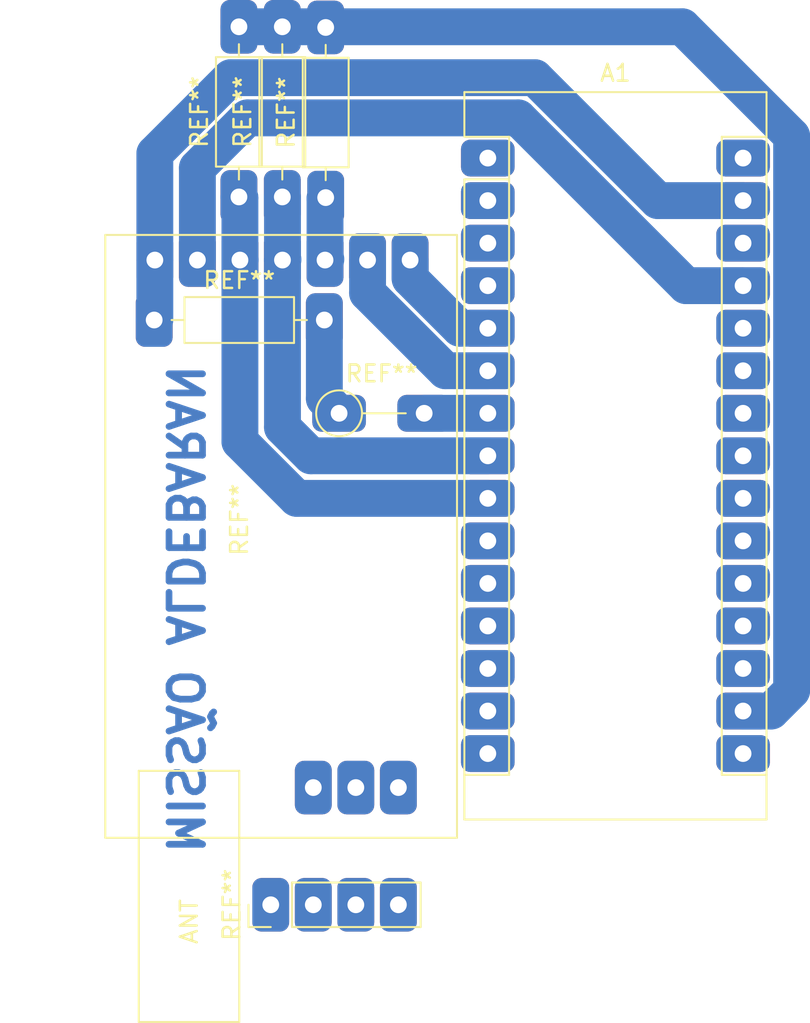
<source format=kicad_pcb>
(kicad_pcb (version 20171130) (host pcbnew "(5.1.10)-1")

  (general
    (thickness 1.6)
    (drawings 3)
    (tracks 41)
    (zones 0)
    (modules 8)
    (nets 31)
  )

  (page A4)
  (layers
    (0 F.Cu signal)
    (31 B.Cu signal)
    (32 B.Adhes user)
    (33 F.Adhes user)
    (34 B.Paste user)
    (35 F.Paste user)
    (36 B.SilkS user)
    (37 F.SilkS user)
    (38 B.Mask user)
    (39 F.Mask user)
    (40 Dwgs.User user)
    (41 Cmts.User user)
    (42 Eco1.User user)
    (43 Eco2.User user)
    (44 Edge.Cuts user)
    (45 Margin user)
    (46 B.CrtYd user)
    (47 F.CrtYd user)
    (48 B.Fab user)
    (49 F.Fab user hide)
  )

  (setup
    (last_trace_width 2.2)
    (user_trace_width 2.2)
    (trace_clearance 0.2)
    (zone_clearance 0.508)
    (zone_45_only no)
    (trace_min 0.2)
    (via_size 0.8)
    (via_drill 0.4)
    (via_min_size 0.4)
    (via_min_drill 0.3)
    (uvia_size 0.3)
    (uvia_drill 0.1)
    (uvias_allowed no)
    (uvia_min_size 0.2)
    (uvia_min_drill 0.1)
    (edge_width 0.05)
    (segment_width 0.2)
    (pcb_text_width 0.3)
    (pcb_text_size 1.5 1.5)
    (mod_edge_width 0.12)
    (mod_text_size 1 1)
    (mod_text_width 0.15)
    (pad_size 3.2 2.2)
    (pad_drill 1)
    (pad_to_mask_clearance 0)
    (aux_axis_origin 0 0)
    (visible_elements FFFFFF7F)
    (pcbplotparams
      (layerselection 0x00000_fffffffe)
      (usegerberextensions false)
      (usegerberattributes true)
      (usegerberadvancedattributes true)
      (creategerberjobfile true)
      (excludeedgelayer true)
      (linewidth 0.100000)
      (plotframeref false)
      (viasonmask false)
      (mode 1)
      (useauxorigin false)
      (hpglpennumber 1)
      (hpglpenspeed 20)
      (hpglpendiameter 15.000000)
      (psnegative false)
      (psa4output false)
      (plotreference true)
      (plotvalue true)
      (plotinvisibletext false)
      (padsonsilk false)
      (subtractmaskfromsilk false)
      (outputformat 3)
      (mirror false)
      (drillshape 1)
      (scaleselection 1)
      (outputdirectory ""))
  )

  (net 0 "")
  (net 1 "Net-(A1-Pad16)")
  (net 2 "Net-(A1-Pad15)")
  (net 3 "Net-(A1-Pad30)")
  (net 4 "Net-(A1-Pad14)")
  (net 5 "Net-(A1-Pad29)")
  (net 6 "Net-(A1-Pad13)")
  (net 7 "Net-(A1-Pad28)")
  (net 8 "Net-(A1-Pad12)")
  (net 9 +5V)
  (net 10 "Net-(A1-Pad11)")
  (net 11 "Net-(A1-Pad26)")
  (net 12 "Net-(A1-Pad10)")
  (net 13 "Net-(A1-Pad25)")
  (net 14 "Net-(A1-Pad9)")
  (net 15 "Net-(A1-Pad24)")
  (net 16 "Net-(A1-Pad8)")
  (net 17 "Net-(A1-Pad23)")
  (net 18 "Net-(A1-Pad7)")
  (net 19 "Net-(A1-Pad22)")
  (net 20 "Net-(A1-Pad6)")
  (net 21 "Net-(A1-Pad21)")
  (net 22 "Net-(A1-Pad5)")
  (net 23 "Net-(A1-Pad20)")
  (net 24 "Net-(A1-Pad4)")
  (net 25 "Net-(A1-Pad19)")
  (net 26 "Net-(A1-Pad3)")
  (net 27 "Net-(A1-Pad18)")
  (net 28 "Net-(A1-Pad2)")
  (net 29 +3V3)
  (net 30 "Net-(A1-Pad1)")

  (net_class Default "This is the default net class."
    (clearance 0.2)
    (trace_width 0.25)
    (via_dia 0.8)
    (via_drill 0.4)
    (uvia_dia 0.3)
    (uvia_drill 0.1)
    (add_net +3V3)
    (add_net +5V)
    (add_net "Net-(A1-Pad1)")
    (add_net "Net-(A1-Pad10)")
    (add_net "Net-(A1-Pad11)")
    (add_net "Net-(A1-Pad12)")
    (add_net "Net-(A1-Pad13)")
    (add_net "Net-(A1-Pad14)")
    (add_net "Net-(A1-Pad15)")
    (add_net "Net-(A1-Pad16)")
    (add_net "Net-(A1-Pad18)")
    (add_net "Net-(A1-Pad19)")
    (add_net "Net-(A1-Pad2)")
    (add_net "Net-(A1-Pad20)")
    (add_net "Net-(A1-Pad21)")
    (add_net "Net-(A1-Pad22)")
    (add_net "Net-(A1-Pad23)")
    (add_net "Net-(A1-Pad24)")
    (add_net "Net-(A1-Pad25)")
    (add_net "Net-(A1-Pad26)")
    (add_net "Net-(A1-Pad28)")
    (add_net "Net-(A1-Pad29)")
    (add_net "Net-(A1-Pad3)")
    (add_net "Net-(A1-Pad30)")
    (add_net "Net-(A1-Pad4)")
    (add_net "Net-(A1-Pad5)")
    (add_net "Net-(A1-Pad6)")
    (add_net "Net-(A1-Pad7)")
    (add_net "Net-(A1-Pad8)")
    (add_net "Net-(A1-Pad9)")
  )

  (module Connector_PinHeader_2.54mm:PinHeader_1x04_P2.54mm_Vertical (layer F.Cu) (tedit 59FED5CC) (tstamp 62466B66)
    (at 148.18 129.63 90)
    (descr "Through hole straight pin header, 1x04, 2.54mm pitch, single row")
    (tags "Through hole pin header THT 1x04 2.54mm single row")
    (fp_text reference REF** (at 0 -2.33 90) (layer F.SilkS)
      (effects (font (size 1 1) (thickness 0.15)))
    )
    (fp_text value PinHeader_1x04_P2.54mm_Vertical (at 0 9.95 90) (layer F.Fab)
      (effects (font (size 1 1) (thickness 0.15)))
    )
    (fp_text user %R (at 0 3.81) (layer F.Fab)
      (effects (font (size 1 1) (thickness 0.15)))
    )
    (fp_line (start -0.635 -1.27) (end 1.27 -1.27) (layer F.Fab) (width 0.1))
    (fp_line (start 1.27 -1.27) (end 1.27 8.89) (layer F.Fab) (width 0.1))
    (fp_line (start 1.27 8.89) (end -1.27 8.89) (layer F.Fab) (width 0.1))
    (fp_line (start -1.27 8.89) (end -1.27 -0.635) (layer F.Fab) (width 0.1))
    (fp_line (start -1.27 -0.635) (end -0.635 -1.27) (layer F.Fab) (width 0.1))
    (fp_line (start -1.33 8.95) (end 1.33 8.95) (layer F.SilkS) (width 0.12))
    (fp_line (start -1.33 1.27) (end -1.33 8.95) (layer F.SilkS) (width 0.12))
    (fp_line (start 1.33 1.27) (end 1.33 8.95) (layer F.SilkS) (width 0.12))
    (fp_line (start -1.33 1.27) (end 1.33 1.27) (layer F.SilkS) (width 0.12))
    (fp_line (start -1.33 0) (end -1.33 -1.33) (layer F.SilkS) (width 0.12))
    (fp_line (start -1.33 -1.33) (end 0 -1.33) (layer F.SilkS) (width 0.12))
    (fp_line (start -1.8 -1.8) (end -1.8 9.4) (layer F.CrtYd) (width 0.05))
    (fp_line (start -1.8 9.4) (end 1.8 9.4) (layer F.CrtYd) (width 0.05))
    (fp_line (start 1.8 9.4) (end 1.8 -1.8) (layer F.CrtYd) (width 0.05))
    (fp_line (start 1.8 -1.8) (end -1.8 -1.8) (layer F.CrtYd) (width 0.05))
    (pad 4 thru_hole roundrect (at 0 7.62 90) (size 3.2 2.2) (drill 1) (layers *.Cu *.Mask) (roundrect_rratio 0.25))
    (pad 3 thru_hole roundrect (at 0 5.08 90) (size 3.2 2.2) (drill 1) (layers *.Cu *.Mask) (roundrect_rratio 0.25))
    (pad 2 thru_hole roundrect (at 0 2.54 90) (size 3.2 2.2) (drill 1) (layers *.Cu *.Mask) (roundrect_rratio 0.25))
    (pad 1 thru_hole roundrect (at 0 0 90) (size 3.2 2.2) (drill 1) (layers *.Cu *.Mask) (roundrect_rratio 0.25))
    (model ${KISYS3DMOD}/Connector_PinHeader_2.54mm.3dshapes/PinHeader_1x04_P2.54mm_Vertical.wrl
      (at (xyz 0 0 0))
      (scale (xyz 1 1 1))
      (rotate (xyz 0 0 0))
    )
  )

  (module Resistor_THT:R_Axial_DIN0207_L6.3mm_D2.5mm_P10.16mm_Horizontal (layer F.Cu) (tedit 6245D3B0) (tstamp 6246676A)
    (at 146.28 87.36 90)
    (descr "Resistor, Axial_DIN0207 series, Axial, Horizontal, pin pitch=10.16mm, 0.25W = 1/4W, length*diameter=6.3*2.5mm^2, http://cdn-reichelt.de/documents/datenblatt/B400/1_4W%23YAG.pdf")
    (tags "Resistor Axial_DIN0207 series Axial Horizontal pin pitch 10.16mm 0.25W = 1/4W length 6.3mm diameter 2.5mm")
    (fp_text reference REF** (at 5.08 -2.37 90) (layer F.SilkS)
      (effects (font (size 1 1) (thickness 0.15)))
    )
    (fp_text value R_Axial_DIN0207_L6.3mm_D2.5mm_P10.16mm_Horizontal (at 5.08 2.37 90) (layer F.Fab)
      (effects (font (size 1 1) (thickness 0.15)))
    )
    (fp_line (start 11.21 -1.5) (end -1.05 -1.5) (layer F.CrtYd) (width 0.05))
    (fp_line (start 11.21 1.5) (end 11.21 -1.5) (layer F.CrtYd) (width 0.05))
    (fp_line (start -1.05 1.5) (end 11.21 1.5) (layer F.CrtYd) (width 0.05))
    (fp_line (start -1.05 -1.5) (end -1.05 1.5) (layer F.CrtYd) (width 0.05))
    (fp_line (start 9.12 0) (end 8.35 0) (layer F.SilkS) (width 0.12))
    (fp_line (start 1.04 0) (end 1.81 0) (layer F.SilkS) (width 0.12))
    (fp_line (start 8.35 -1.37) (end 1.81 -1.37) (layer F.SilkS) (width 0.12))
    (fp_line (start 8.35 1.37) (end 8.35 -1.37) (layer F.SilkS) (width 0.12))
    (fp_line (start 1.81 1.37) (end 8.35 1.37) (layer F.SilkS) (width 0.12))
    (fp_line (start 1.81 -1.37) (end 1.81 1.37) (layer F.SilkS) (width 0.12))
    (fp_line (start 10.16 0) (end 8.23 0) (layer F.Fab) (width 0.1))
    (fp_line (start 0 0) (end 1.93 0) (layer F.Fab) (width 0.1))
    (fp_line (start 8.23 -1.25) (end 1.93 -1.25) (layer F.Fab) (width 0.1))
    (fp_line (start 8.23 1.25) (end 8.23 -1.25) (layer F.Fab) (width 0.1))
    (fp_line (start 1.93 1.25) (end 8.23 1.25) (layer F.Fab) (width 0.1))
    (fp_line (start 1.93 -1.25) (end 1.93 1.25) (layer F.Fab) (width 0.1))
    (fp_text user %R (at 5.08 0 90) (layer F.Fab)
      (effects (font (size 1 1) (thickness 0.15)))
    )
    (pad 1 thru_hole roundrect (at 0 0 90) (size 3.2 2.2) (drill 1) (layers *.Cu *.Mask) (roundrect_rratio 0.25)
      (net 14 "Net-(A1-Pad9)"))
    (pad 2 thru_hole roundrect (at 10.16 0 90) (size 3.2 2.2) (drill 1) (layers *.Cu *.Mask) (roundrect_rratio 0.25)
      (net 29 +3V3))
    (model ${KISYS3DMOD}/Resistor_THT.3dshapes/R_Axial_DIN0207_L6.3mm_D2.5mm_P10.16mm_Horizontal.wrl
      (at (xyz 0 0 0))
      (scale (xyz 1 1 1))
      (rotate (xyz 0 0 0))
    )
  )

  (module Resistor_THT:R_Axial_DIN0207_L6.3mm_D2.5mm_P10.16mm_Horizontal (layer F.Cu) (tedit 6245D3A0) (tstamp 6246673E)
    (at 148.87 87.36 90)
    (descr "Resistor, Axial_DIN0207 series, Axial, Horizontal, pin pitch=10.16mm, 0.25W = 1/4W, length*diameter=6.3*2.5mm^2, http://cdn-reichelt.de/documents/datenblatt/B400/1_4W%23YAG.pdf")
    (tags "Resistor Axial_DIN0207 series Axial Horizontal pin pitch 10.16mm 0.25W = 1/4W length 6.3mm diameter 2.5mm")
    (fp_text reference REF** (at 5.08 -2.37 90) (layer F.SilkS)
      (effects (font (size 1 1) (thickness 0.15)))
    )
    (fp_text value R_Axial_DIN0207_L6.3mm_D2.5mm_P10.16mm_Horizontal (at 5.08 2.37 90) (layer F.Fab)
      (effects (font (size 1 1) (thickness 0.15)))
    )
    (fp_text user %R (at 5.08 0 90) (layer F.Fab)
      (effects (font (size 1 1) (thickness 0.15)))
    )
    (fp_line (start 1.93 -1.25) (end 1.93 1.25) (layer F.Fab) (width 0.1))
    (fp_line (start 1.93 1.25) (end 8.23 1.25) (layer F.Fab) (width 0.1))
    (fp_line (start 8.23 1.25) (end 8.23 -1.25) (layer F.Fab) (width 0.1))
    (fp_line (start 8.23 -1.25) (end 1.93 -1.25) (layer F.Fab) (width 0.1))
    (fp_line (start 0 0) (end 1.93 0) (layer F.Fab) (width 0.1))
    (fp_line (start 10.16 0) (end 8.23 0) (layer F.Fab) (width 0.1))
    (fp_line (start 1.81 -1.37) (end 1.81 1.37) (layer F.SilkS) (width 0.12))
    (fp_line (start 1.81 1.37) (end 8.35 1.37) (layer F.SilkS) (width 0.12))
    (fp_line (start 8.35 1.37) (end 8.35 -1.37) (layer F.SilkS) (width 0.12))
    (fp_line (start 8.35 -1.37) (end 1.81 -1.37) (layer F.SilkS) (width 0.12))
    (fp_line (start 1.04 0) (end 1.81 0) (layer F.SilkS) (width 0.12))
    (fp_line (start 9.12 0) (end 8.35 0) (layer F.SilkS) (width 0.12))
    (fp_line (start -1.05 -1.5) (end -1.05 1.5) (layer F.CrtYd) (width 0.05))
    (fp_line (start -1.05 1.5) (end 11.21 1.5) (layer F.CrtYd) (width 0.05))
    (fp_line (start 11.21 1.5) (end 11.21 -1.5) (layer F.CrtYd) (width 0.05))
    (fp_line (start 11.21 -1.5) (end -1.05 -1.5) (layer F.CrtYd) (width 0.05))
    (pad 2 thru_hole roundrect (at 10.16 0 90) (size 3.2 2.2) (drill 1) (layers *.Cu *.Mask) (roundrect_rratio 0.25)
      (net 29 +3V3))
    (pad 1 thru_hole roundrect (at 0 0 90) (size 3.2 2.2) (drill 1) (layers *.Cu *.Mask) (roundrect_rratio 0.25)
      (net 16 "Net-(A1-Pad8)"))
    (model ${KISYS3DMOD}/Resistor_THT.3dshapes/R_Axial_DIN0207_L6.3mm_D2.5mm_P10.16mm_Horizontal.wrl
      (at (xyz 0 0 0))
      (scale (xyz 1 1 1))
      (rotate (xyz 0 0 0))
    )
  )

  (module Resistor_THT:R_Axial_DIN0207_L6.3mm_D2.5mm_P10.16mm_Horizontal (layer F.Cu) (tedit 6245D38E) (tstamp 624666BD)
    (at 151.46 87.4 90)
    (descr "Resistor, Axial_DIN0207 series, Axial, Horizontal, pin pitch=10.16mm, 0.25W = 1/4W, length*diameter=6.3*2.5mm^2, http://cdn-reichelt.de/documents/datenblatt/B400/1_4W%23YAG.pdf")
    (tags "Resistor Axial_DIN0207 series Axial Horizontal pin pitch 10.16mm 0.25W = 1/4W length 6.3mm diameter 2.5mm")
    (fp_text reference REF** (at 5.08 -2.37 90) (layer F.SilkS)
      (effects (font (size 1 1) (thickness 0.15)))
    )
    (fp_text value R_Axial_DIN0207_L6.3mm_D2.5mm_P10.16mm_Horizontal (at 5.08 2.37 90) (layer F.Fab)
      (effects (font (size 1 1) (thickness 0.15)))
    )
    (fp_line (start 11.21 -1.5) (end -1.05 -1.5) (layer F.CrtYd) (width 0.05))
    (fp_line (start 11.21 1.5) (end 11.21 -1.5) (layer F.CrtYd) (width 0.05))
    (fp_line (start -1.05 1.5) (end 11.21 1.5) (layer F.CrtYd) (width 0.05))
    (fp_line (start -1.05 -1.5) (end -1.05 1.5) (layer F.CrtYd) (width 0.05))
    (fp_line (start 9.12 0) (end 8.35 0) (layer F.SilkS) (width 0.12))
    (fp_line (start 1.04 0) (end 1.81 0) (layer F.SilkS) (width 0.12))
    (fp_line (start 8.35 -1.37) (end 1.81 -1.37) (layer F.SilkS) (width 0.12))
    (fp_line (start 8.35 1.37) (end 8.35 -1.37) (layer F.SilkS) (width 0.12))
    (fp_line (start 1.81 1.37) (end 8.35 1.37) (layer F.SilkS) (width 0.12))
    (fp_line (start 1.81 -1.37) (end 1.81 1.37) (layer F.SilkS) (width 0.12))
    (fp_line (start 10.16 0) (end 8.23 0) (layer F.Fab) (width 0.1))
    (fp_line (start 0 0) (end 1.93 0) (layer F.Fab) (width 0.1))
    (fp_line (start 8.23 -1.25) (end 1.93 -1.25) (layer F.Fab) (width 0.1))
    (fp_line (start 8.23 1.25) (end 8.23 -1.25) (layer F.Fab) (width 0.1))
    (fp_line (start 1.93 1.25) (end 8.23 1.25) (layer F.Fab) (width 0.1))
    (fp_line (start 1.93 -1.25) (end 1.93 1.25) (layer F.Fab) (width 0.1))
    (fp_text user %R (at 5.08 0 90) (layer F.Fab)
      (effects (font (size 1 1) (thickness 0.15)))
    )
    (pad 1 thru_hole roundrect (at 0 0 90) (size 3.2 2.2) (drill 1) (layers *.Cu *.Mask) (roundrect_rratio 0.25)
      (net 18 "Net-(A1-Pad7)"))
    (pad 2 thru_hole roundrect (at 10.16 0 90) (size 3.2 2.2) (drill 1) (layers *.Cu *.Mask) (roundrect_rratio 0.25)
      (net 29 +3V3))
    (model ${KISYS3DMOD}/Resistor_THT.3dshapes/R_Axial_DIN0207_L6.3mm_D2.5mm_P10.16mm_Horizontal.wrl
      (at (xyz 0 0 0))
      (scale (xyz 1 1 1))
      (rotate (xyz 0 0 0))
    )
  )

  (module Resistor_THT:R_Axial_DIN0207_L6.3mm_D2.5mm_P5.08mm_Vertical (layer F.Cu) (tedit 6245D05F) (tstamp 624664D5)
    (at 152.26 100.28)
    (descr "Resistor, Axial_DIN0207 series, Axial, Vertical, pin pitch=5.08mm, 0.25W = 1/4W, length*diameter=6.3*2.5mm^2, http://cdn-reichelt.de/documents/datenblatt/B400/1_4W%23YAG.pdf")
    (tags "Resistor Axial_DIN0207 series Axial Vertical pin pitch 5.08mm 0.25W = 1/4W length 6.3mm diameter 2.5mm")
    (fp_text reference REF** (at 2.54 -2.37) (layer F.SilkS)
      (effects (font (size 1 1) (thickness 0.15)))
    )
    (fp_text value R_Axial_DIN0207_L6.3mm_D2.5mm_P5.08mm_Vertical (at 2.54 2.37) (layer F.Fab)
      (effects (font (size 1 1) (thickness 0.15)))
    )
    (fp_line (start 6.13 -1.5) (end -1.5 -1.5) (layer F.CrtYd) (width 0.05))
    (fp_line (start 6.13 1.5) (end 6.13 -1.5) (layer F.CrtYd) (width 0.05))
    (fp_line (start -1.5 1.5) (end 6.13 1.5) (layer F.CrtYd) (width 0.05))
    (fp_line (start -1.5 -1.5) (end -1.5 1.5) (layer F.CrtYd) (width 0.05))
    (fp_line (start 1.37 0) (end 3.98 0) (layer F.SilkS) (width 0.12))
    (fp_line (start 0 0) (end 5.08 0) (layer F.Fab) (width 0.1))
    (fp_circle (center 0 0) (end 1.37 0) (layer F.SilkS) (width 0.12))
    (fp_circle (center 0 0) (end 1.25 0) (layer F.Fab) (width 0.1))
    (fp_text user %R (at 2.54 -2.37) (layer F.Fab)
      (effects (font (size 1 1) (thickness 0.15)))
    )
    (pad 1 thru_hole roundrect (at 0 0) (size 3.2 2.2) (drill 1) (layers *.Cu *.Mask) (roundrect_rratio 0.25)
      (net 18 "Net-(A1-Pad7)"))
    (pad 2 thru_hole roundrect (at 5.08 0) (size 3.2 2.2) (drill 1) (layers *.Cu *.Mask) (roundrect_rratio 0.25)
      (net 18 "Net-(A1-Pad7)"))
    (model ${KISYS3DMOD}/Resistor_THT.3dshapes/R_Axial_DIN0207_L6.3mm_D2.5mm_P5.08mm_Vertical.wrl
      (at (xyz 0 0 0))
      (scale (xyz 1 1 1))
      (rotate (xyz 0 0 0))
    )
  )

  (module Resistor_THT:R_Axial_DIN0207_L6.3mm_D2.5mm_P10.16mm_Horizontal (layer F.Cu) (tedit 6245D07C) (tstamp 62466356)
    (at 141.22 94.71)
    (descr "Resistor, Axial_DIN0207 series, Axial, Horizontal, pin pitch=10.16mm, 0.25W = 1/4W, length*diameter=6.3*2.5mm^2, http://cdn-reichelt.de/documents/datenblatt/B400/1_4W%23YAG.pdf")
    (tags "Resistor Axial_DIN0207 series Axial Horizontal pin pitch 10.16mm 0.25W = 1/4W length 6.3mm diameter 2.5mm")
    (fp_text reference REF** (at 5.08 -2.37) (layer F.SilkS)
      (effects (font (size 1 1) (thickness 0.15)))
    )
    (fp_text value R_Axial_DIN0207_L6.3mm_D2.5mm_P10.16mm_Horizontal (at 5.08 2.37) (layer F.Fab)
      (effects (font (size 1 1) (thickness 0.15)))
    )
    (fp_text user %R (at 5.08 0) (layer F.Fab)
      (effects (font (size 1 1) (thickness 0.15)))
    )
    (fp_line (start 1.93 -1.25) (end 1.93 1.25) (layer F.Fab) (width 0.1))
    (fp_line (start 1.93 1.25) (end 8.23 1.25) (layer F.Fab) (width 0.1))
    (fp_line (start 8.23 1.25) (end 8.23 -1.25) (layer F.Fab) (width 0.1))
    (fp_line (start 8.23 -1.25) (end 1.93 -1.25) (layer F.Fab) (width 0.1))
    (fp_line (start 0 0) (end 1.93 0) (layer F.Fab) (width 0.1))
    (fp_line (start 10.16 0) (end 8.23 0) (layer F.Fab) (width 0.1))
    (fp_line (start 1.81 -1.37) (end 1.81 1.37) (layer F.SilkS) (width 0.12))
    (fp_line (start 1.81 1.37) (end 8.35 1.37) (layer F.SilkS) (width 0.12))
    (fp_line (start 8.35 1.37) (end 8.35 -1.37) (layer F.SilkS) (width 0.12))
    (fp_line (start 8.35 -1.37) (end 1.81 -1.37) (layer F.SilkS) (width 0.12))
    (fp_line (start 1.04 0) (end 1.81 0) (layer F.SilkS) (width 0.12))
    (fp_line (start 9.12 0) (end 8.35 0) (layer F.SilkS) (width 0.12))
    (fp_line (start -1.05 -1.5) (end -1.05 1.5) (layer F.CrtYd) (width 0.05))
    (fp_line (start -1.05 1.5) (end 11.21 1.5) (layer F.CrtYd) (width 0.05))
    (fp_line (start 11.21 1.5) (end 11.21 -1.5) (layer F.CrtYd) (width 0.05))
    (fp_line (start 11.21 -1.5) (end -1.05 -1.5) (layer F.CrtYd) (width 0.05))
    (pad 2 thru_hole roundrect (at 10.16 0) (size 2.2 3.2) (drill 1) (layers *.Cu *.Mask) (roundrect_rratio 0.25)
      (net 18 "Net-(A1-Pad7)"))
    (pad 1 thru_hole roundrect (at 0 0) (size 2.2 3.2) (drill 1) (layers *.Cu *.Mask) (roundrect_rratio 0.25)
      (net 5 "Net-(A1-Pad29)"))
    (model ${KISYS3DMOD}/Resistor_THT.3dshapes/R_Axial_DIN0207_L6.3mm_D2.5mm_P10.16mm_Horizontal.wrl
      (at (xyz 0 0 0))
      (scale (xyz 1 1 1))
      (rotate (xyz 0 0 0))
    )
  )

  (module E32-xxxT20D:E32-xxxT20D (layer F.Cu) (tedit 6245CE2A) (tstamp 624648CC)
    (at 159.3 89.63 270)
    (fp_text reference REF** (at 17 13 90) (layer F.SilkS)
      (effects (font (size 1 1) (thickness 0.15)))
    )
    (fp_text value E32-xxxT20D (at 17 10 90) (layer F.Fab)
      (effects (font (size 1 1) (thickness 0.15)))
    )
    (fp_text user ANT (at 41 16 90) (layer F.SilkS)
      (effects (font (size 1 1) (thickness 0.15)))
    )
    (fp_line (start 36 0) (end 0 0) (layer F.SilkS) (width 0.12))
    (fp_line (start 36 21) (end 36 0) (layer F.SilkS) (width 0.12))
    (fp_line (start 0 21) (end 36 21) (layer F.SilkS) (width 0.12))
    (fp_line (start 0 0) (end 0 21) (layer F.SilkS) (width 0.12))
    (fp_line (start 32 13) (end 47 13) (layer F.SilkS) (width 0.12))
    (fp_line (start 47 13) (end 47 19) (layer F.SilkS) (width 0.12))
    (fp_line (start 47 19) (end 32 19) (layer F.SilkS) (width 0.12))
    (fp_line (start 32 19) (end 32 13) (layer F.SilkS) (width 0.12))
    (pad 10 thru_hole roundrect (at 33 3.5 270) (size 3.2 2.2) (drill 1) (layers *.Cu *.Mask) (roundrect_rratio 0.25))
    (pad 9 thru_hole roundrect (at 33 6.04 270) (size 3.2 2.2) (drill 1) (layers *.Cu *.Mask) (roundrect_rratio 0.25))
    (pad 8 thru_hole roundrect (at 33 8.58 270) (size 3.2 2.2) (drill 1) (layers *.Cu *.Mask) (roundrect_rratio 0.25))
    (pad GND thru_hole roundrect (at 1.5 18.04 270) (size 3.2 2.2) (drill 1) (layers *.Cu *.Mask) (roundrect_rratio 0.25)
      (net 5 "Net-(A1-Pad29)"))
    (pad VCC thru_hole roundrect (at 1.5 15.5 270) (size 3.2 2.2) (drill 1) (layers *.Cu *.Mask) (roundrect_rratio 0.25)
      (net 9 +5V))
    (pad AUX thru_hole roundrect (at 1.5 12.96 270) (size 3.2 2.2) (drill 1) (layers *.Cu *.Mask) (roundrect_rratio 0.25)
      (net 14 "Net-(A1-Pad9)"))
    (pad TXD thru_hole roundrect (at 1.5 10.42 270) (size 3.2 2.2) (drill 1) (layers *.Cu *.Mask) (roundrect_rratio 0.25)
      (net 16 "Net-(A1-Pad8)"))
    (pad RXD thru_hole roundrect (at 1.5 7.88 270) (size 3.2 2.2) (drill 1) (layers *.Cu *.Mask) (roundrect_rratio 0.25)
      (net 18 "Net-(A1-Pad7)"))
    (pad M1 thru_hole roundrect (at 1.5 5.34 270) (size 3.2 2.2) (drill 1) (layers *.Cu *.Mask) (roundrect_rratio 0.25)
      (net 20 "Net-(A1-Pad6)"))
    (pad M0 thru_hole roundrect (at 1.5 2.8 270) (size 3.2 2.2) (drill 1) (layers *.Cu *.Mask) (roundrect_rratio 0.25)
      (net 22 "Net-(A1-Pad5)"))
  )

  (module Module:Arduino_Nano (layer F.Cu) (tedit 6245C7F7) (tstamp 6246481C)
    (at 161.14 85.04)
    (descr "Arduino Nano, http://www.mouser.com/pdfdocs/Gravitech_Arduino_Nano3_0.pdf")
    (tags "Arduino Nano")
    (path /6245874F)
    (fp_text reference A1 (at 7.62 -5.08) (layer F.SilkS)
      (effects (font (size 1 1) (thickness 0.15)))
    )
    (fp_text value Arduino_Nano_v3.x (at 8.89 19.05 90) (layer F.Fab)
      (effects (font (size 1 1) (thickness 0.15)))
    )
    (fp_text user %R (at 6.35 19.05 90) (layer F.Fab)
      (effects (font (size 1 1) (thickness 0.15)))
    )
    (fp_line (start 1.27 1.27) (end 1.27 -1.27) (layer F.SilkS) (width 0.12))
    (fp_line (start 1.27 -1.27) (end -1.4 -1.27) (layer F.SilkS) (width 0.12))
    (fp_line (start -1.4 1.27) (end -1.4 39.5) (layer F.SilkS) (width 0.12))
    (fp_line (start -1.4 -3.94) (end -1.4 -1.27) (layer F.SilkS) (width 0.12))
    (fp_line (start 13.97 -1.27) (end 16.64 -1.27) (layer F.SilkS) (width 0.12))
    (fp_line (start 13.97 -1.27) (end 13.97 36.83) (layer F.SilkS) (width 0.12))
    (fp_line (start 13.97 36.83) (end 16.64 36.83) (layer F.SilkS) (width 0.12))
    (fp_line (start 1.27 1.27) (end -1.4 1.27) (layer F.SilkS) (width 0.12))
    (fp_line (start 1.27 1.27) (end 1.27 36.83) (layer F.SilkS) (width 0.12))
    (fp_line (start 1.27 36.83) (end -1.4 36.83) (layer F.SilkS) (width 0.12))
    (fp_line (start 3.81 31.75) (end 11.43 31.75) (layer F.Fab) (width 0.1))
    (fp_line (start 11.43 31.75) (end 11.43 41.91) (layer F.Fab) (width 0.1))
    (fp_line (start 11.43 41.91) (end 3.81 41.91) (layer F.Fab) (width 0.1))
    (fp_line (start 3.81 41.91) (end 3.81 31.75) (layer F.Fab) (width 0.1))
    (fp_line (start -1.4 39.5) (end 16.64 39.5) (layer F.SilkS) (width 0.12))
    (fp_line (start 16.64 39.5) (end 16.64 -3.94) (layer F.SilkS) (width 0.12))
    (fp_line (start 16.64 -3.94) (end -1.4 -3.94) (layer F.SilkS) (width 0.12))
    (fp_line (start 16.51 39.37) (end -1.27 39.37) (layer F.Fab) (width 0.1))
    (fp_line (start -1.27 39.37) (end -1.27 -2.54) (layer F.Fab) (width 0.1))
    (fp_line (start -1.27 -2.54) (end 0 -3.81) (layer F.Fab) (width 0.1))
    (fp_line (start 0 -3.81) (end 16.51 -3.81) (layer F.Fab) (width 0.1))
    (fp_line (start 16.51 -3.81) (end 16.51 39.37) (layer F.Fab) (width 0.1))
    (fp_line (start -1.53 -4.06) (end 16.75 -4.06) (layer F.CrtYd) (width 0.05))
    (fp_line (start -1.53 -4.06) (end -1.53 42.16) (layer F.CrtYd) (width 0.05))
    (fp_line (start 16.75 42.16) (end 16.75 -4.06) (layer F.CrtYd) (width 0.05))
    (fp_line (start 16.75 42.16) (end -1.53 42.16) (layer F.CrtYd) (width 0.05))
    (pad 16 thru_hole roundrect (at 15.24 35.56) (size 3.2 2.2) (drill 1) (layers *.Cu *.Mask) (roundrect_rratio 0.25)
      (net 1 "Net-(A1-Pad16)"))
    (pad 15 thru_hole roundrect (at 0 35.56) (size 3.2 2.2) (drill 1) (layers *.Cu *.Mask) (roundrect_rratio 0.25)
      (net 2 "Net-(A1-Pad15)"))
    (pad 30 thru_hole roundrect (at 15.24 0) (size 3.2 2.2) (drill 1) (layers *.Cu *.Mask) (roundrect_rratio 0.25)
      (net 3 "Net-(A1-Pad30)"))
    (pad 14 thru_hole roundrect (at 0 33.02) (size 3.2 2.2) (drill 1) (layers *.Cu *.Mask) (roundrect_rratio 0.25)
      (net 4 "Net-(A1-Pad14)"))
    (pad 29 thru_hole roundrect (at 15.24 2.54) (size 3.2 2.2) (drill 1) (layers *.Cu *.Mask) (roundrect_rratio 0.25)
      (net 5 "Net-(A1-Pad29)"))
    (pad 13 thru_hole roundrect (at 0 30.48) (size 3.2 2.2) (drill 1) (layers *.Cu *.Mask) (roundrect_rratio 0.25)
      (net 6 "Net-(A1-Pad13)"))
    (pad 28 thru_hole roundrect (at 15.24 5.08) (size 3.2 2.2) (drill 1) (layers *.Cu *.Mask) (roundrect_rratio 0.25)
      (net 7 "Net-(A1-Pad28)"))
    (pad 12 thru_hole roundrect (at 0 27.94) (size 3.2 2.2) (drill 1) (layers *.Cu *.Mask) (roundrect_rratio 0.25)
      (net 8 "Net-(A1-Pad12)"))
    (pad 27 thru_hole roundrect (at 15.24 7.62) (size 3.2 2.2) (drill 1) (layers *.Cu *.Mask) (roundrect_rratio 0.25)
      (net 9 +5V))
    (pad 11 thru_hole roundrect (at 0 25.4) (size 3.2 2.2) (drill 1) (layers *.Cu *.Mask) (roundrect_rratio 0.25)
      (net 10 "Net-(A1-Pad11)"))
    (pad 26 thru_hole roundrect (at 15.24 10.16) (size 3.2 2.2) (drill 1) (layers *.Cu *.Mask) (roundrect_rratio 0.25)
      (net 11 "Net-(A1-Pad26)"))
    (pad 10 thru_hole roundrect (at 0 22.86) (size 3.2 2.2) (drill 1) (layers *.Cu *.Mask) (roundrect_rratio 0.25)
      (net 12 "Net-(A1-Pad10)"))
    (pad 25 thru_hole roundrect (at 15.24 12.7) (size 3.2 2.2) (drill 1) (layers *.Cu *.Mask) (roundrect_rratio 0.25)
      (net 13 "Net-(A1-Pad25)"))
    (pad 9 thru_hole roundrect (at 0 20.32) (size 3.2 2.2) (drill 1) (layers *.Cu *.Mask) (roundrect_rratio 0.25)
      (net 14 "Net-(A1-Pad9)"))
    (pad 24 thru_hole roundrect (at 15.24 15.24) (size 3.2 2.2) (drill 1) (layers *.Cu *.Mask) (roundrect_rratio 0.25)
      (net 15 "Net-(A1-Pad24)"))
    (pad 8 thru_hole roundrect (at 0 17.78) (size 3.2 2.2) (drill 1) (layers *.Cu *.Mask) (roundrect_rratio 0.25)
      (net 16 "Net-(A1-Pad8)"))
    (pad 23 thru_hole roundrect (at 15.24 17.78) (size 3.2 2.2) (drill 1) (layers *.Cu *.Mask) (roundrect_rratio 0.25)
      (net 17 "Net-(A1-Pad23)"))
    (pad 7 thru_hole roundrect (at 0 15.24) (size 3.2 2.2) (drill 1) (layers *.Cu *.Mask) (roundrect_rratio 0.25)
      (net 18 "Net-(A1-Pad7)"))
    (pad 22 thru_hole roundrect (at 15.24 20.32) (size 3.2 2.2) (drill 1) (layers *.Cu *.Mask) (roundrect_rratio 0.25)
      (net 19 "Net-(A1-Pad22)"))
    (pad 6 thru_hole roundrect (at 0 12.7) (size 3.2 2.2) (drill 1) (layers *.Cu *.Mask) (roundrect_rratio 0.25)
      (net 20 "Net-(A1-Pad6)"))
    (pad 21 thru_hole roundrect (at 15.24 22.86) (size 3.2 2.2) (drill 1) (layers *.Cu *.Mask) (roundrect_rratio 0.25)
      (net 21 "Net-(A1-Pad21)"))
    (pad 5 thru_hole roundrect (at 0 10.16) (size 3.2 2.2) (drill 1) (layers *.Cu *.Mask) (roundrect_rratio 0.25)
      (net 22 "Net-(A1-Pad5)"))
    (pad 20 thru_hole roundrect (at 15.24 25.4) (size 3.2 2.2) (drill 1) (layers *.Cu *.Mask) (roundrect_rratio 0.25)
      (net 23 "Net-(A1-Pad20)"))
    (pad 4 thru_hole roundrect (at 0 7.62) (size 3.2 2.2) (drill 1) (layers *.Cu *.Mask) (roundrect_rratio 0.25)
      (net 24 "Net-(A1-Pad4)"))
    (pad 19 thru_hole roundrect (at 15.24 27.94) (size 3.2 2.2) (drill 1) (layers *.Cu *.Mask) (roundrect_rratio 0.25)
      (net 25 "Net-(A1-Pad19)"))
    (pad 3 thru_hole roundrect (at 0 5.08) (size 3.2 2.2) (drill 1) (layers *.Cu *.Mask) (roundrect_rratio 0.25)
      (net 26 "Net-(A1-Pad3)"))
    (pad 18 thru_hole roundrect (at 15.24 30.48) (size 3.2 2.2) (drill 1) (layers *.Cu *.Mask) (roundrect_rratio 0.25)
      (net 27 "Net-(A1-Pad18)"))
    (pad 2 thru_hole roundrect (at 0 2.54) (size 3.2 2.2) (drill 1) (layers *.Cu *.Mask) (roundrect_rratio 0.25)
      (net 28 "Net-(A1-Pad2)"))
    (pad 17 thru_hole roundrect (at 15.24 33.02) (size 3.2 2.2) (drill 1) (layers *.Cu *.Mask) (roundrect_rratio 0.25)
      (net 29 +3V3))
    (pad 1 thru_hole roundrect (at 0 0) (size 3.2 2.2) (drill 1) (layers *.Cu *.Mask) (roundrect_rratio 0.25)
      (net 30 "Net-(A1-Pad1)"))
    (model ${KISYS3DMOD}/Module.3dshapes/Arduino_Nano_WithMountingHoles.wrl
      (at (xyz 0 0 0))
      (scale (xyz 1 1 1))
      (rotate (xyz 0 0 0))
    )
  )

  (dimension 36 (width 0.15) (layer Dwgs.User)
    (gr_text "36.000 mm" (at 135.68 107.63 270) (layer Dwgs.User)
      (effects (font (size 1 1) (thickness 0.15)))
    )
    (feature1 (pts (xy 138.3 125.63) (xy 136.393579 125.63)))
    (feature2 (pts (xy 138.3 89.63) (xy 136.393579 89.63)))
    (crossbar (pts (xy 136.98 89.63) (xy 136.98 125.63)))
    (arrow1a (pts (xy 136.98 125.63) (xy 136.393579 124.503496)))
    (arrow1b (pts (xy 136.98 125.63) (xy 137.566421 124.503496)))
    (arrow2a (pts (xy 136.98 89.63) (xy 136.393579 90.756504)))
    (arrow2b (pts (xy 136.98 89.63) (xy 137.566421 90.756504)))
  )
  (dimension 2.99 (width 0.15) (layer Dwgs.User)
    (gr_text "2.990 mm" (at 159.92 124.125 270) (layer Dwgs.User)
      (effects (font (size 1 1) (thickness 0.15)))
    )
    (feature1 (pts (xy 155.81 125.62) (xy 159.206421 125.62)))
    (feature2 (pts (xy 155.81 122.63) (xy 159.206421 122.63)))
    (crossbar (pts (xy 158.62 122.63) (xy 158.62 125.62)))
    (arrow1a (pts (xy 158.62 125.62) (xy 158.033579 124.493496)))
    (arrow1b (pts (xy 158.62 125.62) (xy 159.206421 124.493496)))
    (arrow2a (pts (xy 158.62 122.63) (xy 158.033579 123.756504)))
    (arrow2b (pts (xy 158.62 122.63) (xy 159.206421 123.756504)))
  )
  (gr_text "MISSÃO ALDEBARAN" (at 143.01 111.97 270) (layer B.Cu)
    (effects (font (size 2 2) (thickness 0.4)) (justify mirror))
  )

  (segment (start 141.26 94.67) (end 141.22 94.71) (width 2.2) (layer B.Cu) (net 5))
  (segment (start 141.26 91.13) (end 141.26 94.67) (width 2.2) (layer B.Cu) (net 5))
  (segment (start 141.26 84.769562) (end 141.26 91.13) (width 2.2) (layer B.Cu) (net 5))
  (segment (start 163.950418 80.23998) (end 145.789581 80.239981) (width 2.2) (layer B.Cu) (net 5))
  (segment (start 145.789581 80.239981) (end 141.26 84.769562) (width 2.2) (layer B.Cu) (net 5))
  (segment (start 171.290438 87.58) (end 163.950418 80.23998) (width 2.2) (layer B.Cu) (net 5))
  (segment (start 176.38 87.58) (end 171.290438 87.58) (width 2.2) (layer B.Cu) (net 5))
  (segment (start 146.783698 82.63999) (end 143.8 85.623688) (width 2.2) (layer B.Cu) (net 9))
  (segment (start 143.8 85.623688) (end 143.8 91.13) (width 2.2) (layer B.Cu) (net 9))
  (segment (start 162.956302 82.63999) (end 146.783698 82.63999) (width 2.2) (layer B.Cu) (net 9))
  (segment (start 172.976312 92.66) (end 162.956302 82.63999) (width 2.2) (layer B.Cu) (net 9))
  (segment (start 176.38 92.66) (end 172.976312 92.66) (width 2.2) (layer B.Cu) (net 9))
  (segment (start 146.35 91.12) (end 146.34 91.13) (width 2.2) (layer B.Cu) (net 14))
  (segment (start 146.34 101.970438) (end 146.34 91.13) (width 2.2) (layer B.Cu) (net 14))
  (segment (start 149.729562 105.36) (end 146.34 101.970438) (width 2.2) (layer B.Cu) (net 14))
  (segment (start 161.14 105.36) (end 149.729562 105.36) (width 2.2) (layer B.Cu) (net 14))
  (segment (start 146.34 87.42) (end 146.28 87.36) (width 2.2) (layer B.Cu) (net 14))
  (segment (start 146.34 91.13) (end 146.34 87.42) (width 2.2) (layer B.Cu) (net 14))
  (segment (start 148.91 91.1) (end 148.88 91.13) (width 2.2) (layer B.Cu) (net 16))
  (segment (start 148.88 101.116312) (end 148.88 91.13) (width 2.2) (layer B.Cu) (net 16))
  (segment (start 150.583688 102.82) (end 148.88 101.116312) (width 2.2) (layer B.Cu) (net 16))
  (segment (start 161.14 102.82) (end 150.583688 102.82) (width 2.2) (layer B.Cu) (net 16))
  (segment (start 148.88 87.37) (end 148.87 87.36) (width 2.2) (layer B.Cu) (net 16))
  (segment (start 148.88 91.13) (end 148.88 87.37) (width 2.2) (layer B.Cu) (net 16))
  (segment (start 151.47 91.08) (end 151.42 91.13) (width 2.2) (layer B.Cu) (net 18))
  (segment (start 161.14 100.28) (end 157.34 100.28) (width 2.2) (layer B.Cu) (net 18))
  (segment (start 151.38 99.4) (end 152.26 100.28) (width 2.2) (layer B.Cu) (net 18))
  (segment (start 151.38 94.71) (end 151.38 99.4) (width 2.2) (layer B.Cu) (net 18))
  (segment (start 151.42 87.44) (end 151.46 87.4) (width 2.2) (layer B.Cu) (net 18))
  (segment (start 151.42 91.13) (end 151.42 87.44) (width 2.2) (layer B.Cu) (net 18))
  (segment (start 153.96 93.090438) (end 153.96 91.13) (width 2.2) (layer B.Cu) (net 20))
  (segment (start 158.609562 97.74) (end 153.96 93.090438) (width 2.2) (layer B.Cu) (net 20))
  (segment (start 161.14 97.74) (end 158.609562 97.74) (width 2.2) (layer B.Cu) (net 20))
  (segment (start 156.5 92.236312) (end 156.5 91.13) (width 2.2) (layer B.Cu) (net 22))
  (segment (start 159.463688 95.2) (end 156.5 92.236312) (width 2.2) (layer B.Cu) (net 22))
  (segment (start 161.14 95.2) (end 159.463688 95.2) (width 2.2) (layer B.Cu) (net 22))
  (segment (start 172.756312 77.2) (end 146.28 77.2) (width 2.2) (layer B.Cu) (net 29))
  (segment (start 179.28001 116.836302) (end 179.28001 83.723698) (width 2.2) (layer B.Cu) (net 29))
  (segment (start 178.056312 118.06) (end 179.28001 116.836302) (width 2.2) (layer B.Cu) (net 29))
  (segment (start 179.28001 83.723698) (end 172.756312 77.2) (width 2.2) (layer B.Cu) (net 29))
  (segment (start 176.38 118.06) (end 178.056312 118.06) (width 2.2) (layer B.Cu) (net 29))

)

</source>
